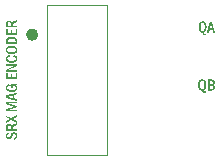
<source format=gbr>
%TF.GenerationSoftware,KiCad,Pcbnew,7.0.10*%
%TF.CreationDate,2023-12-31T17:53:47-05:00*%
%TF.ProjectId,SRX Mag Encoder to SPARK MAX,53525820-4d61-4672-9045-6e636f646572,rev?*%
%TF.SameCoordinates,Original*%
%TF.FileFunction,Legend,Top*%
%TF.FilePolarity,Positive*%
%FSLAX46Y46*%
G04 Gerber Fmt 4.6, Leading zero omitted, Abs format (unit mm)*
G04 Created by KiCad (PCBNEW 7.0.10) date 2023-12-31 17:53:47*
%MOMM*%
%LPD*%
G01*
G04 APERTURE LIST*
%ADD10C,0.100000*%
%ADD11C,0.550000*%
G04 APERTURE END LIST*
D10*
G36*
X175171738Y-101569596D02*
G01*
X175181767Y-101569956D01*
X175191642Y-101570557D01*
X175210934Y-101572481D01*
X175229612Y-101575366D01*
X175247679Y-101579213D01*
X175265133Y-101584021D01*
X175281974Y-101589791D01*
X175298203Y-101596523D01*
X175313819Y-101604217D01*
X175328823Y-101612872D01*
X175343214Y-101622489D01*
X175356993Y-101633068D01*
X175370159Y-101644609D01*
X175382713Y-101657111D01*
X175394654Y-101670575D01*
X175405982Y-101685000D01*
X175411417Y-101692574D01*
X175421828Y-101708412D01*
X175431567Y-101725154D01*
X175436185Y-101733863D01*
X175440635Y-101742797D01*
X175444917Y-101751958D01*
X175449030Y-101761343D01*
X175452977Y-101770955D01*
X175456755Y-101780792D01*
X175460365Y-101790855D01*
X175463807Y-101801144D01*
X175467082Y-101811658D01*
X175470188Y-101822397D01*
X175473127Y-101833363D01*
X175475897Y-101844554D01*
X175478500Y-101855971D01*
X175480935Y-101867613D01*
X175483202Y-101879481D01*
X175485301Y-101891574D01*
X175487232Y-101903894D01*
X175488995Y-101916439D01*
X175490590Y-101929209D01*
X175492017Y-101942205D01*
X175493277Y-101955427D01*
X175494368Y-101968874D01*
X175495292Y-101982548D01*
X175496047Y-101996446D01*
X175496635Y-102010571D01*
X175497055Y-102024921D01*
X175497307Y-102039496D01*
X175497391Y-102054297D01*
X175497181Y-102077552D01*
X175496554Y-102100236D01*
X175495508Y-102122351D01*
X175494044Y-102143896D01*
X175492161Y-102164872D01*
X175489860Y-102185278D01*
X175487141Y-102205115D01*
X175484003Y-102224382D01*
X175480447Y-102243080D01*
X175476472Y-102261207D01*
X175472080Y-102278766D01*
X175467269Y-102295754D01*
X175462039Y-102312174D01*
X175456391Y-102328023D01*
X175450325Y-102343303D01*
X175443840Y-102358013D01*
X175436937Y-102372154D01*
X175429616Y-102385725D01*
X175421876Y-102398727D01*
X175413718Y-102411159D01*
X175405142Y-102423022D01*
X175396147Y-102434315D01*
X175386734Y-102445038D01*
X175376903Y-102455192D01*
X175366653Y-102464776D01*
X175355984Y-102473790D01*
X175344898Y-102482235D01*
X175333393Y-102490111D01*
X175321470Y-102497416D01*
X175309128Y-102504153D01*
X175296368Y-102510319D01*
X175283190Y-102515916D01*
X175283461Y-102528380D01*
X175284273Y-102540005D01*
X175285628Y-102550790D01*
X175287525Y-102560735D01*
X175290658Y-102571986D01*
X175294638Y-102581925D01*
X175299464Y-102590552D01*
X175300531Y-102592120D01*
X175308516Y-102600504D01*
X175317296Y-102606165D01*
X175328008Y-102610622D01*
X175337969Y-102613320D01*
X175349166Y-102615247D01*
X175361599Y-102616403D01*
X175371736Y-102616765D01*
X175375269Y-102616789D01*
X175385815Y-102616407D01*
X175396540Y-102615262D01*
X175407444Y-102613354D01*
X175418527Y-102610683D01*
X175429788Y-102607248D01*
X175441229Y-102603050D01*
X175445855Y-102601157D01*
X175445855Y-102724500D01*
X175434971Y-102728564D01*
X175423935Y-102732087D01*
X175412745Y-102735067D01*
X175401403Y-102737506D01*
X175389908Y-102739402D01*
X175378261Y-102740757D01*
X175366461Y-102741570D01*
X175354508Y-102741841D01*
X175342726Y-102741643D01*
X175331315Y-102741047D01*
X175320275Y-102740055D01*
X175309606Y-102738666D01*
X175299308Y-102736880D01*
X175289382Y-102734697D01*
X175279826Y-102732117D01*
X175261828Y-102725767D01*
X175245315Y-102717829D01*
X175230287Y-102708303D01*
X175216743Y-102697190D01*
X175204683Y-102684490D01*
X175194108Y-102670202D01*
X175185018Y-102654326D01*
X175177412Y-102636862D01*
X175174166Y-102627535D01*
X175171291Y-102617812D01*
X175168787Y-102607691D01*
X175166654Y-102597173D01*
X175164892Y-102586258D01*
X175163502Y-102574947D01*
X175162482Y-102563239D01*
X175161834Y-102551133D01*
X175161557Y-102538631D01*
X175142243Y-102538176D01*
X175123443Y-102536811D01*
X175105157Y-102534535D01*
X175087383Y-102531350D01*
X175070123Y-102527254D01*
X175053376Y-102522248D01*
X175037143Y-102516331D01*
X175021422Y-102509505D01*
X175006215Y-102501768D01*
X174991522Y-102493122D01*
X174977341Y-102483565D01*
X174963674Y-102473098D01*
X174950520Y-102461720D01*
X174937880Y-102449433D01*
X174925753Y-102436235D01*
X174914139Y-102422127D01*
X174903166Y-102407009D01*
X174892901Y-102390841D01*
X174888034Y-102382364D01*
X174883344Y-102373624D01*
X174878831Y-102364622D01*
X174874495Y-102355357D01*
X174870336Y-102345830D01*
X174866354Y-102336041D01*
X174862549Y-102325989D01*
X174858921Y-102315675D01*
X174855470Y-102305099D01*
X174852195Y-102294260D01*
X174849098Y-102283159D01*
X174846178Y-102271796D01*
X174843435Y-102260170D01*
X174840869Y-102248282D01*
X174838479Y-102236131D01*
X174836267Y-102223718D01*
X174834232Y-102211043D01*
X174832374Y-102198105D01*
X174830692Y-102184905D01*
X174829188Y-102171442D01*
X174827861Y-102157718D01*
X174826710Y-102143730D01*
X174825737Y-102129481D01*
X174824940Y-102114969D01*
X174824321Y-102100195D01*
X174823879Y-102085158D01*
X174823613Y-102069859D01*
X174823525Y-102054297D01*
X174823526Y-102054053D01*
X174986923Y-102054053D01*
X174986961Y-102064649D01*
X174987075Y-102075096D01*
X174987264Y-102085395D01*
X174987530Y-102095544D01*
X174987871Y-102105545D01*
X174988288Y-102115396D01*
X174989350Y-102134653D01*
X174990715Y-102153315D01*
X174992384Y-102171381D01*
X174994356Y-102188852D01*
X174996632Y-102205728D01*
X174999211Y-102222008D01*
X175002093Y-102237693D01*
X175005278Y-102252783D01*
X175008767Y-102267277D01*
X175012560Y-102281176D01*
X175016656Y-102294480D01*
X175021055Y-102307188D01*
X175025758Y-102319301D01*
X175030833Y-102330717D01*
X175036352Y-102341397D01*
X175042313Y-102351341D01*
X175048716Y-102360547D01*
X175055563Y-102369018D01*
X175062852Y-102376751D01*
X175070584Y-102383749D01*
X175078758Y-102390009D01*
X175087376Y-102395533D01*
X175096435Y-102400321D01*
X175105938Y-102404372D01*
X175115883Y-102407686D01*
X175126271Y-102410264D01*
X175137102Y-102412106D01*
X175148375Y-102413210D01*
X175160091Y-102413579D01*
X175171982Y-102413207D01*
X175183413Y-102412090D01*
X175194383Y-102410230D01*
X175204894Y-102407625D01*
X175214946Y-102404276D01*
X175224537Y-102400184D01*
X175233668Y-102395346D01*
X175242340Y-102389765D01*
X175250552Y-102383440D01*
X175258304Y-102376370D01*
X175265596Y-102368556D01*
X175272428Y-102359998D01*
X175278800Y-102350696D01*
X175284712Y-102340649D01*
X175290165Y-102329859D01*
X175295157Y-102318324D01*
X175299771Y-102306100D01*
X175304088Y-102293304D01*
X175308106Y-102279936D01*
X175311827Y-102265995D01*
X175315250Y-102251482D01*
X175318376Y-102236396D01*
X175321204Y-102220738D01*
X175323734Y-102204507D01*
X175325966Y-102187704D01*
X175327901Y-102170328D01*
X175329538Y-102152380D01*
X175330878Y-102133860D01*
X175331920Y-102114767D01*
X175332664Y-102095101D01*
X175332924Y-102085054D01*
X175333111Y-102074863D01*
X175333222Y-102064530D01*
X175333259Y-102054053D01*
X175333184Y-102039061D01*
X175332958Y-102024370D01*
X175332581Y-102009981D01*
X175332053Y-101995893D01*
X175331375Y-101982107D01*
X175330546Y-101968622D01*
X175329566Y-101955438D01*
X175328436Y-101942556D01*
X175327154Y-101929976D01*
X175325722Y-101917697D01*
X175324139Y-101905720D01*
X175322406Y-101894044D01*
X175320522Y-101882669D01*
X175318486Y-101871596D01*
X175316301Y-101860825D01*
X175313964Y-101850355D01*
X175311482Y-101840186D01*
X175308858Y-101830380D01*
X175306093Y-101820937D01*
X175301681Y-101807451D01*
X175296951Y-101794782D01*
X175291904Y-101782928D01*
X175286538Y-101771890D01*
X175280855Y-101761667D01*
X175274855Y-101752261D01*
X175268536Y-101743670D01*
X175261900Y-101735894D01*
X175257300Y-101731164D01*
X175247606Y-101722578D01*
X175237211Y-101715136D01*
X175226113Y-101708839D01*
X175214313Y-101703687D01*
X175205002Y-101700574D01*
X175195297Y-101698106D01*
X175185196Y-101696281D01*
X175174700Y-101695100D01*
X175163809Y-101694564D01*
X175160091Y-101694528D01*
X175148375Y-101694897D01*
X175137102Y-101696005D01*
X175126271Y-101697851D01*
X175115883Y-101700435D01*
X175105938Y-101703758D01*
X175096435Y-101707820D01*
X175087376Y-101712620D01*
X175078758Y-101718158D01*
X175070584Y-101724435D01*
X175062852Y-101731450D01*
X175055563Y-101739204D01*
X175048716Y-101747696D01*
X175042313Y-101756927D01*
X175036352Y-101766896D01*
X175030833Y-101777604D01*
X175025758Y-101789050D01*
X175021055Y-101801133D01*
X175016656Y-101813814D01*
X175012560Y-101827092D01*
X175008767Y-101840967D01*
X175005278Y-101855439D01*
X175002093Y-101870509D01*
X174999211Y-101886175D01*
X174996632Y-101902439D01*
X174994356Y-101919301D01*
X174992384Y-101936759D01*
X174990715Y-101954815D01*
X174989350Y-101973468D01*
X174988288Y-101992719D01*
X174987871Y-102002568D01*
X174987530Y-102012566D01*
X174987264Y-102022714D01*
X174987075Y-102033011D01*
X174986961Y-102043458D01*
X174986923Y-102054053D01*
X174823526Y-102054053D01*
X174823609Y-102039496D01*
X174823862Y-102024921D01*
X174824284Y-102010571D01*
X174824876Y-101996446D01*
X174825635Y-101982548D01*
X174826564Y-101968874D01*
X174827662Y-101955427D01*
X174828928Y-101942205D01*
X174830364Y-101929209D01*
X174831968Y-101916439D01*
X174833741Y-101903894D01*
X174835683Y-101891574D01*
X174837794Y-101879481D01*
X174840074Y-101867613D01*
X174842523Y-101855971D01*
X174845140Y-101844554D01*
X174847926Y-101833363D01*
X174850882Y-101822397D01*
X174854006Y-101811658D01*
X174857299Y-101801144D01*
X174860761Y-101790855D01*
X174864391Y-101780792D01*
X174868191Y-101770955D01*
X174872159Y-101761343D01*
X174876297Y-101751958D01*
X174880603Y-101742797D01*
X174885078Y-101733863D01*
X174889722Y-101725154D01*
X174899517Y-101708412D01*
X174909987Y-101692574D01*
X174921130Y-101677667D01*
X174932884Y-101663723D01*
X174945249Y-101650740D01*
X174958224Y-101638718D01*
X174971810Y-101627659D01*
X174986007Y-101617561D01*
X175000814Y-101608425D01*
X175016232Y-101600250D01*
X175032261Y-101593037D01*
X175048900Y-101586786D01*
X175066149Y-101581497D01*
X175084010Y-101577169D01*
X175102480Y-101573803D01*
X175121562Y-101571399D01*
X175131332Y-101570557D01*
X175141254Y-101569956D01*
X175151329Y-101569596D01*
X175161557Y-101569475D01*
X175171738Y-101569596D01*
G37*
G36*
X175938476Y-101585175D02*
G01*
X175951247Y-101585378D01*
X175963618Y-101585717D01*
X175975588Y-101586191D01*
X175987157Y-101586800D01*
X175998325Y-101587546D01*
X176009093Y-101588426D01*
X176019460Y-101589442D01*
X176029426Y-101590594D01*
X176043624Y-101592575D01*
X176056920Y-101594861D01*
X176069315Y-101597452D01*
X176080808Y-101600348D01*
X176087970Y-101602448D01*
X176098259Y-101606075D01*
X176108243Y-101610454D01*
X176117922Y-101615584D01*
X176127297Y-101621465D01*
X176136366Y-101628097D01*
X176145131Y-101635481D01*
X176153591Y-101643616D01*
X176161746Y-101652503D01*
X176169597Y-101662141D01*
X176177142Y-101672530D01*
X176182003Y-101679873D01*
X176188900Y-101691323D01*
X176195118Y-101703232D01*
X176200658Y-101715600D01*
X176205519Y-101728428D01*
X176209702Y-101741715D01*
X176213207Y-101755462D01*
X176216034Y-101769668D01*
X176217541Y-101779393D01*
X176218747Y-101789323D01*
X176219651Y-101799457D01*
X176220254Y-101809796D01*
X176220556Y-101820338D01*
X176220594Y-101825686D01*
X176220049Y-101844958D01*
X176218415Y-101863387D01*
X176215691Y-101880976D01*
X176211877Y-101897723D01*
X176206974Y-101913628D01*
X176200982Y-101928692D01*
X176193900Y-101942914D01*
X176185728Y-101956295D01*
X176176467Y-101968834D01*
X176166116Y-101980532D01*
X176154676Y-101991389D01*
X176142146Y-102001404D01*
X176128526Y-102010577D01*
X176113818Y-102018909D01*
X176098019Y-102026399D01*
X176081131Y-102033048D01*
X176091499Y-102036456D01*
X176101539Y-102040115D01*
X176111249Y-102044026D01*
X176120630Y-102048188D01*
X176129681Y-102052601D01*
X176138404Y-102057266D01*
X176154862Y-102067349D01*
X176170003Y-102078438D01*
X176183827Y-102090533D01*
X176196335Y-102103634D01*
X176207527Y-102117740D01*
X176217401Y-102132851D01*
X176225959Y-102148968D01*
X176233201Y-102166091D01*
X176239126Y-102184219D01*
X176243734Y-102203353D01*
X176245544Y-102213297D01*
X176247025Y-102223493D01*
X176248177Y-102233940D01*
X176249000Y-102244638D01*
X176249494Y-102255588D01*
X176249659Y-102266789D01*
X176249399Y-102279540D01*
X176248620Y-102292087D01*
X176247323Y-102304430D01*
X176245506Y-102316568D01*
X176243171Y-102328503D01*
X176240316Y-102340233D01*
X176236943Y-102351760D01*
X176233050Y-102363081D01*
X176228638Y-102374199D01*
X176223708Y-102385113D01*
X176218258Y-102395822D01*
X176212289Y-102406328D01*
X176205802Y-102416629D01*
X176198795Y-102426726D01*
X176191269Y-102436619D01*
X176183224Y-102446307D01*
X176174477Y-102455594D01*
X176164780Y-102464282D01*
X176154136Y-102472371D01*
X176142543Y-102479860D01*
X176130001Y-102486750D01*
X176116512Y-102493042D01*
X176102074Y-102498734D01*
X176086687Y-102503826D01*
X176070353Y-102508320D01*
X176053070Y-102512215D01*
X176034838Y-102515510D01*
X176015659Y-102518206D01*
X176005713Y-102519330D01*
X175995531Y-102520303D01*
X175985111Y-102521127D01*
X175974454Y-102521801D01*
X175963560Y-102522325D01*
X175952429Y-102522700D01*
X175941061Y-102522925D01*
X175929456Y-102523000D01*
X175641494Y-102523000D01*
X175641494Y-102100948D01*
X175793413Y-102100948D01*
X175793413Y-102397947D01*
X175918465Y-102397947D01*
X175929029Y-102397802D01*
X175939257Y-102397368D01*
X175949150Y-102396644D01*
X175967930Y-102394328D01*
X175985369Y-102390853D01*
X176001466Y-102386220D01*
X176016222Y-102380429D01*
X176029636Y-102373479D01*
X176041709Y-102365372D01*
X176052440Y-102356106D01*
X176061830Y-102345681D01*
X176069879Y-102334099D01*
X176076586Y-102321358D01*
X176081952Y-102307459D01*
X176085976Y-102292402D01*
X176088659Y-102276187D01*
X176090000Y-102258813D01*
X176090168Y-102249692D01*
X176089848Y-102238991D01*
X176088889Y-102228506D01*
X176087289Y-102218235D01*
X176085050Y-102208178D01*
X176082172Y-102198336D01*
X176078653Y-102188709D01*
X176074495Y-102179297D01*
X176069697Y-102170099D01*
X176064260Y-102161116D01*
X176058183Y-102152348D01*
X176053776Y-102146621D01*
X176046287Y-102138459D01*
X176037467Y-102131099D01*
X176027316Y-102124543D01*
X176015834Y-102118789D01*
X176003021Y-102113838D01*
X175988878Y-102109690D01*
X175978709Y-102107371D01*
X175967949Y-102105408D01*
X175956598Y-102103802D01*
X175944655Y-102102554D01*
X175932120Y-102101662D01*
X175918994Y-102101126D01*
X175905276Y-102100948D01*
X175793413Y-102100948D01*
X175641494Y-102100948D01*
X175641494Y-101710159D01*
X175793413Y-101710159D01*
X175793413Y-101975896D01*
X175891599Y-101975896D01*
X175904297Y-101975749D01*
X175916443Y-101975308D01*
X175928035Y-101974573D01*
X175939073Y-101973545D01*
X175949558Y-101972222D01*
X175959490Y-101970606D01*
X175973351Y-101967631D01*
X175985966Y-101963994D01*
X175997336Y-101959697D01*
X176007461Y-101954738D01*
X176016341Y-101949118D01*
X176023976Y-101942837D01*
X176028375Y-101938282D01*
X176036103Y-101928474D01*
X176042800Y-101917979D01*
X176048467Y-101906798D01*
X176053104Y-101894929D01*
X176056710Y-101882373D01*
X176058739Y-101872506D01*
X176060188Y-101862252D01*
X176061057Y-101851612D01*
X176061347Y-101840585D01*
X176061015Y-101827835D01*
X176060016Y-101815781D01*
X176058353Y-101804422D01*
X176056024Y-101793759D01*
X176053029Y-101783791D01*
X176049369Y-101774519D01*
X176043454Y-101763238D01*
X176036355Y-101753194D01*
X176028074Y-101744386D01*
X176023490Y-101740445D01*
X176013438Y-101733347D01*
X176002088Y-101727195D01*
X175992724Y-101723202D01*
X175982630Y-101719742D01*
X175971807Y-101716814D01*
X175960254Y-101714418D01*
X175947970Y-101712555D01*
X175934957Y-101711224D01*
X175921214Y-101710425D01*
X175906742Y-101710159D01*
X175793413Y-101710159D01*
X175641494Y-101710159D01*
X175641494Y-101585107D01*
X175925304Y-101585107D01*
X175938476Y-101585175D01*
G37*
G36*
X158762471Y-106068421D02*
G01*
X158807412Y-106201045D01*
X158794235Y-106205570D01*
X158781723Y-106210353D01*
X158769877Y-106215393D01*
X158758697Y-106220691D01*
X158748182Y-106226246D01*
X158738332Y-106232060D01*
X158729148Y-106238130D01*
X158720629Y-106244459D01*
X158712776Y-106251045D01*
X158705588Y-106257888D01*
X158701166Y-106262594D01*
X158693095Y-106272554D01*
X158686099Y-106283385D01*
X158681559Y-106292079D01*
X158677624Y-106301262D01*
X158674295Y-106310935D01*
X158671571Y-106321098D01*
X158669452Y-106331749D01*
X158667938Y-106342891D01*
X158667030Y-106354521D01*
X158666728Y-106366641D01*
X158667048Y-106377848D01*
X158668007Y-106388569D01*
X158669606Y-106398805D01*
X158671845Y-106408556D01*
X158675826Y-106420802D01*
X158680943Y-106432186D01*
X158687198Y-106442708D01*
X158694591Y-106452367D01*
X158703120Y-106461163D01*
X158712382Y-106468948D01*
X158721972Y-106475696D01*
X158731891Y-106481405D01*
X158742138Y-106486076D01*
X158752713Y-106489709D01*
X158763616Y-106492304D01*
X158774847Y-106493861D01*
X158786407Y-106494380D01*
X158799081Y-106493796D01*
X158811091Y-106492045D01*
X158822436Y-106489125D01*
X158833118Y-106485038D01*
X158843136Y-106479783D01*
X158852490Y-106473360D01*
X158861179Y-106465770D01*
X158869205Y-106457011D01*
X158877082Y-106446448D01*
X158883230Y-106437002D01*
X158889584Y-106426252D01*
X158896144Y-106414196D01*
X158900632Y-106405434D01*
X158905212Y-106396092D01*
X158909883Y-106386169D01*
X158914646Y-106375667D01*
X158919500Y-106364584D01*
X158924446Y-106352922D01*
X158929483Y-106340679D01*
X158934613Y-106327856D01*
X158939833Y-106314453D01*
X158942478Y-106307534D01*
X158946984Y-106295769D01*
X158951465Y-106284347D01*
X158955922Y-106273268D01*
X158960353Y-106262533D01*
X158964760Y-106252141D01*
X158969142Y-106242093D01*
X158973500Y-106232388D01*
X158977832Y-106223026D01*
X158982140Y-106214009D01*
X158988555Y-106201126D01*
X158994914Y-106189016D01*
X159001217Y-106177678D01*
X159007465Y-106167114D01*
X159011599Y-106160500D01*
X159017933Y-106151009D01*
X159024662Y-106141862D01*
X159031786Y-106133057D01*
X159039305Y-106124597D01*
X159047219Y-106116479D01*
X159055528Y-106108706D01*
X159064232Y-106101275D01*
X159073331Y-106094188D01*
X159082825Y-106087445D01*
X159092714Y-106081045D01*
X159099526Y-106076969D01*
X159110028Y-106071251D01*
X159120835Y-106066096D01*
X159131947Y-106061503D01*
X159143364Y-106057472D01*
X159155085Y-106054003D01*
X159167112Y-106051098D01*
X159179443Y-106048754D01*
X159192079Y-106046973D01*
X159205020Y-106045755D01*
X159218265Y-106045098D01*
X159227265Y-106044973D01*
X159241845Y-106045300D01*
X159256154Y-106046279D01*
X159270193Y-106047910D01*
X159283960Y-106050194D01*
X159297456Y-106053131D01*
X159310682Y-106056720D01*
X159323636Y-106060962D01*
X159336320Y-106065856D01*
X159348732Y-106071403D01*
X159360874Y-106077603D01*
X159372744Y-106084455D01*
X159384344Y-106091960D01*
X159395672Y-106100117D01*
X159406730Y-106108927D01*
X159417517Y-106118389D01*
X159428033Y-106128504D01*
X159438059Y-106139207D01*
X159447439Y-106150433D01*
X159456171Y-106162181D01*
X159464257Y-106174453D01*
X159471696Y-106187247D01*
X159478488Y-106200564D01*
X159484633Y-106214404D01*
X159490131Y-106228766D01*
X159494983Y-106243652D01*
X159499188Y-106259060D01*
X159502745Y-106274991D01*
X159505656Y-106291445D01*
X159507920Y-106308422D01*
X159509537Y-106325921D01*
X159510508Y-106343944D01*
X159510831Y-106362489D01*
X159510579Y-106378523D01*
X159509822Y-106394170D01*
X159508560Y-106409431D01*
X159506793Y-106424305D01*
X159504522Y-106438794D01*
X159501746Y-106452895D01*
X159498466Y-106466611D01*
X159494680Y-106479939D01*
X159490390Y-106492882D01*
X159485596Y-106505438D01*
X159480296Y-106517608D01*
X159474492Y-106529391D01*
X159468183Y-106540788D01*
X159461370Y-106551798D01*
X159454052Y-106562422D01*
X159446229Y-106572660D01*
X159437901Y-106582511D01*
X159429069Y-106591976D01*
X159419732Y-106601055D01*
X159409890Y-106609747D01*
X159399544Y-106618053D01*
X159388692Y-106625972D01*
X159377337Y-106633505D01*
X159365476Y-106640651D01*
X159353111Y-106647411D01*
X159340241Y-106653785D01*
X159326866Y-106659772D01*
X159312987Y-106665373D01*
X159298603Y-106670588D01*
X159283714Y-106675416D01*
X159268320Y-106679857D01*
X159252422Y-106683913D01*
X159213832Y-106545183D01*
X159224411Y-106542794D01*
X159234653Y-106540178D01*
X159244561Y-106537333D01*
X159254132Y-106534261D01*
X159263367Y-106530960D01*
X159280831Y-106523675D01*
X159296951Y-106515477D01*
X159311727Y-106506368D01*
X159325161Y-106496346D01*
X159337251Y-106485412D01*
X159347997Y-106473567D01*
X159357401Y-106460809D01*
X159365461Y-106447139D01*
X159372177Y-106432557D01*
X159377551Y-106417063D01*
X159381581Y-106400656D01*
X159384267Y-106383338D01*
X159385611Y-106365108D01*
X159385779Y-106355650D01*
X159385435Y-106341909D01*
X159384405Y-106328803D01*
X159382688Y-106316332D01*
X159380283Y-106304497D01*
X159377192Y-106293297D01*
X159373414Y-106282732D01*
X159368949Y-106272803D01*
X159363797Y-106263510D01*
X159357958Y-106254851D01*
X159351432Y-106246829D01*
X159346700Y-106241833D01*
X159339166Y-106234893D01*
X159331310Y-106228635D01*
X159323132Y-106223061D01*
X159314632Y-106218168D01*
X159305809Y-106213959D01*
X159296665Y-106210432D01*
X159287199Y-106207587D01*
X159277411Y-106205426D01*
X159267301Y-106203947D01*
X159256869Y-106203150D01*
X159249735Y-106202999D01*
X159239271Y-106203418D01*
X159229005Y-106204678D01*
X159218938Y-106206777D01*
X159209069Y-106209715D01*
X159199399Y-106213493D01*
X159189926Y-106218111D01*
X159180653Y-106223568D01*
X159171578Y-106229865D01*
X159162476Y-106237769D01*
X159155564Y-106245334D01*
X159148580Y-106254304D01*
X159141522Y-106264677D01*
X159134392Y-106276455D01*
X159129598Y-106285086D01*
X159124771Y-106294342D01*
X159119912Y-106304221D01*
X159115020Y-106314724D01*
X159110096Y-106325852D01*
X159105140Y-106337603D01*
X159100151Y-106349978D01*
X159095130Y-106362978D01*
X159089869Y-106376807D01*
X159084711Y-106390146D01*
X159079657Y-106402994D01*
X159074705Y-106415352D01*
X159069856Y-106427220D01*
X159065111Y-106438597D01*
X159060468Y-106449484D01*
X159055929Y-106459881D01*
X159051492Y-106469787D01*
X159047159Y-106479203D01*
X159042929Y-106488128D01*
X159036776Y-106500597D01*
X159030856Y-106511962D01*
X159025167Y-106522224D01*
X159023322Y-106525399D01*
X159017536Y-106534613D01*
X159011261Y-106543568D01*
X159004496Y-106552267D01*
X158997242Y-106560707D01*
X158989498Y-106568891D01*
X158981265Y-106576816D01*
X158972542Y-106584484D01*
X158963330Y-106591894D01*
X158953629Y-106599047D01*
X158943438Y-106605942D01*
X158936372Y-106610396D01*
X158925427Y-106616637D01*
X158914207Y-106622265D01*
X158902712Y-106627279D01*
X158890943Y-106631679D01*
X158878898Y-106635465D01*
X158866579Y-106638637D01*
X158853986Y-106641195D01*
X158841117Y-106643139D01*
X158827974Y-106644470D01*
X158814556Y-106645186D01*
X158805458Y-106645322D01*
X158791645Y-106645018D01*
X158778110Y-106644105D01*
X158764854Y-106642583D01*
X158751877Y-106640453D01*
X158739178Y-106637714D01*
X158726758Y-106634366D01*
X158714617Y-106630409D01*
X158702754Y-106625844D01*
X158691169Y-106620670D01*
X158679863Y-106614887D01*
X158668836Y-106608496D01*
X158658088Y-106601496D01*
X158647618Y-106593887D01*
X158637426Y-106585670D01*
X158627513Y-106576844D01*
X158617879Y-106567409D01*
X158608651Y-106557469D01*
X158600019Y-106547129D01*
X158591982Y-106536388D01*
X158584540Y-106525246D01*
X158577694Y-106513704D01*
X158571443Y-106501761D01*
X158565787Y-106489417D01*
X158560726Y-106476673D01*
X158556261Y-106463527D01*
X158552392Y-106449981D01*
X158549117Y-106436035D01*
X158546438Y-106421687D01*
X158544354Y-106406939D01*
X158542866Y-106391791D01*
X158541973Y-106376241D01*
X158541675Y-106360291D01*
X158541891Y-106346164D01*
X158542538Y-106332360D01*
X158543616Y-106318880D01*
X158545125Y-106305722D01*
X158547066Y-106292887D01*
X158549438Y-106280375D01*
X158552241Y-106268186D01*
X158555475Y-106256320D01*
X158559141Y-106244777D01*
X158563237Y-106233557D01*
X158567766Y-106222659D01*
X158572725Y-106212085D01*
X158578115Y-106201834D01*
X158583937Y-106191906D01*
X158590190Y-106182300D01*
X158596874Y-106173018D01*
X158603990Y-106164058D01*
X158611537Y-106155422D01*
X158619514Y-106147108D01*
X158627924Y-106139118D01*
X158636764Y-106131450D01*
X158646036Y-106124105D01*
X158655739Y-106117084D01*
X158665873Y-106110385D01*
X158676438Y-106104009D01*
X158687435Y-106097956D01*
X158698863Y-106092226D01*
X158710722Y-106086819D01*
X158723012Y-106081735D01*
X158735734Y-106076974D01*
X158748887Y-106072536D01*
X158762471Y-106068421D01*
G37*
G36*
X159495200Y-105464652D02*
G01*
X159104411Y-105610954D01*
X159104411Y-105756523D01*
X159495200Y-105756523D01*
X159495200Y-105911861D01*
X158557307Y-105911861D01*
X158557307Y-105756523D01*
X158682359Y-105756523D01*
X158979359Y-105756523D01*
X158979359Y-105637821D01*
X158979192Y-105628003D01*
X158978315Y-105613900D01*
X158976687Y-105600543D01*
X158974308Y-105587934D01*
X158971177Y-105576071D01*
X158967296Y-105564956D01*
X158962662Y-105554587D01*
X158957278Y-105544966D01*
X158951142Y-105536092D01*
X158944255Y-105527964D01*
X158936616Y-105520584D01*
X158928374Y-105513906D01*
X158919677Y-105507884D01*
X158910526Y-105502520D01*
X158900918Y-105497812D01*
X158890856Y-105493761D01*
X158880339Y-105490368D01*
X158869367Y-105487631D01*
X158857939Y-105485550D01*
X158846057Y-105484127D01*
X158833719Y-105483361D01*
X158825241Y-105483215D01*
X158807939Y-105483813D01*
X158791753Y-105485608D01*
X158776684Y-105488599D01*
X158762730Y-105492786D01*
X158749893Y-105498170D01*
X158738173Y-105504750D01*
X158727568Y-105512527D01*
X158718080Y-105521500D01*
X158709708Y-105531669D01*
X158702452Y-105543035D01*
X158696313Y-105555598D01*
X158691289Y-105569356D01*
X158687383Y-105584311D01*
X158684592Y-105600463D01*
X158682917Y-105617811D01*
X158682359Y-105636355D01*
X158682359Y-105756523D01*
X158557307Y-105756523D01*
X158557307Y-105629516D01*
X158557579Y-105610658D01*
X158558395Y-105592430D01*
X158559754Y-105574831D01*
X158561658Y-105557862D01*
X158564105Y-105541522D01*
X158567096Y-105525812D01*
X158570631Y-105510732D01*
X158574709Y-105496282D01*
X158579332Y-105482461D01*
X158584498Y-105469270D01*
X158590208Y-105456709D01*
X158596462Y-105444777D01*
X158603260Y-105433475D01*
X158610602Y-105422803D01*
X158618487Y-105412760D01*
X158626916Y-105403347D01*
X158635824Y-105394534D01*
X158645208Y-105386289D01*
X158655066Y-105378612D01*
X158665400Y-105371504D01*
X158676208Y-105364965D01*
X158687492Y-105358994D01*
X158699251Y-105353593D01*
X158711485Y-105348759D01*
X158724194Y-105344494D01*
X158737379Y-105340798D01*
X158751038Y-105337671D01*
X158765173Y-105335112D01*
X158779783Y-105333122D01*
X158794867Y-105331700D01*
X158810427Y-105330847D01*
X158826463Y-105330563D01*
X158837202Y-105330703D01*
X158847744Y-105331124D01*
X158858089Y-105331825D01*
X158868236Y-105332807D01*
X158878185Y-105334069D01*
X158887937Y-105335612D01*
X158906849Y-105339539D01*
X158924971Y-105344588D01*
X158942302Y-105350759D01*
X158958844Y-105358052D01*
X158974596Y-105366467D01*
X158989558Y-105376004D01*
X159003729Y-105386663D01*
X159017111Y-105398444D01*
X159029703Y-105411346D01*
X159041505Y-105425371D01*
X159052517Y-105440518D01*
X159062739Y-105456787D01*
X159067554Y-105465342D01*
X159072171Y-105474178D01*
X159495200Y-105296369D01*
X159495200Y-105464652D01*
G37*
G36*
X158557307Y-105252161D02*
G01*
X158557307Y-105079726D01*
X158856260Y-104945148D01*
X158557307Y-104795183D01*
X158557307Y-104650347D01*
X158983266Y-104867479D01*
X159495200Y-104620793D01*
X159495200Y-104795427D01*
X159135918Y-104954673D01*
X159495200Y-105135413D01*
X159495200Y-105282447D01*
X159009400Y-105031610D01*
X158557307Y-105252161D01*
G37*
G36*
X158557307Y-104296439D02*
G01*
X158557307Y-104066118D01*
X159233371Y-103879272D01*
X158557307Y-103687786D01*
X158557307Y-103467234D01*
X159495200Y-103467234D01*
X159495200Y-103612803D01*
X158694816Y-103612803D01*
X159495200Y-103835308D01*
X159495200Y-103948149D01*
X158694083Y-104166502D01*
X159495200Y-104166502D01*
X159495200Y-104296439D01*
X158557307Y-104296439D01*
G37*
G36*
X159495200Y-102847835D02*
G01*
X159260726Y-102906941D01*
X159260726Y-103180982D01*
X159495200Y-103238623D01*
X159495200Y-103387123D01*
X158557307Y-103115769D01*
X158557307Y-103044206D01*
X158708493Y-103044206D01*
X159135674Y-103149963D01*
X159135674Y-102937716D01*
X158708493Y-103044206D01*
X158557307Y-103044206D01*
X158557307Y-102941868D01*
X159495200Y-102690542D01*
X159495200Y-102847835D01*
G37*
G36*
X159010622Y-102289984D02*
G01*
X159010622Y-101976620D01*
X159495200Y-101976620D01*
X159495200Y-102059174D01*
X159385779Y-102079691D01*
X159400922Y-102088931D01*
X159415088Y-102098822D01*
X159428277Y-102109363D01*
X159440489Y-102120556D01*
X159451724Y-102132399D01*
X159461982Y-102144892D01*
X159471264Y-102158036D01*
X159479568Y-102171831D01*
X159486895Y-102186277D01*
X159493246Y-102201373D01*
X159498619Y-102217120D01*
X159503015Y-102233518D01*
X159506435Y-102250566D01*
X159508877Y-102268265D01*
X159510343Y-102286615D01*
X159510831Y-102305615D01*
X159510335Y-102325009D01*
X159508847Y-102343866D01*
X159506366Y-102362187D01*
X159502893Y-102379972D01*
X159498428Y-102397221D01*
X159492971Y-102413933D01*
X159486521Y-102430110D01*
X159479079Y-102445750D01*
X159470645Y-102460854D01*
X159461219Y-102475421D01*
X159450801Y-102489453D01*
X159439390Y-102502948D01*
X159426987Y-102515908D01*
X159413592Y-102528331D01*
X159399204Y-102540217D01*
X159383825Y-102551568D01*
X159367594Y-102562304D01*
X159359213Y-102567413D01*
X159350654Y-102572348D01*
X159341917Y-102577110D01*
X159333003Y-102581699D01*
X159323912Y-102586114D01*
X159314643Y-102590357D01*
X159305197Y-102594426D01*
X159295573Y-102598322D01*
X159285772Y-102602045D01*
X159275793Y-102605595D01*
X159265637Y-102608972D01*
X159255303Y-102612176D01*
X159244792Y-102615206D01*
X159234104Y-102618063D01*
X159223238Y-102620747D01*
X159212195Y-102623258D01*
X159200974Y-102625596D01*
X159189575Y-102627760D01*
X159178000Y-102629752D01*
X159166246Y-102631570D01*
X159154316Y-102633215D01*
X159142208Y-102634687D01*
X159129922Y-102635986D01*
X159117459Y-102637111D01*
X159104818Y-102638064D01*
X159092000Y-102638843D01*
X159079005Y-102639449D01*
X159065832Y-102639882D01*
X159052482Y-102640142D01*
X159038954Y-102640228D01*
X159024698Y-102640143D01*
X159010629Y-102639887D01*
X158996748Y-102639460D01*
X158983053Y-102638862D01*
X158969545Y-102638093D01*
X158956224Y-102637154D01*
X158943090Y-102636044D01*
X158930144Y-102634763D01*
X158917384Y-102633312D01*
X158904811Y-102631689D01*
X158892425Y-102629896D01*
X158880227Y-102627932D01*
X158868215Y-102625797D01*
X158856390Y-102623492D01*
X158844752Y-102621015D01*
X158833301Y-102618368D01*
X158822038Y-102615551D01*
X158810961Y-102612562D01*
X158800071Y-102609402D01*
X158789368Y-102606072D01*
X158778852Y-102602571D01*
X158768524Y-102598900D01*
X158758382Y-102595057D01*
X158748427Y-102591044D01*
X158738659Y-102586860D01*
X158729078Y-102582505D01*
X158719685Y-102577979D01*
X158710478Y-102573283D01*
X158701458Y-102568415D01*
X158692625Y-102563378D01*
X158683979Y-102558169D01*
X158675521Y-102552789D01*
X158667286Y-102547217D01*
X158659313Y-102541462D01*
X158644151Y-102529403D01*
X158630034Y-102516611D01*
X158616963Y-102503086D01*
X158604938Y-102488828D01*
X158593959Y-102473838D01*
X158584025Y-102458115D01*
X158575137Y-102441659D01*
X158567294Y-102424470D01*
X158560497Y-102406549D01*
X158554746Y-102387895D01*
X158552263Y-102378293D01*
X158550041Y-102368508D01*
X158548080Y-102358540D01*
X158546381Y-102348388D01*
X158544943Y-102338054D01*
X158543767Y-102327536D01*
X158542852Y-102316835D01*
X158542198Y-102305951D01*
X158541806Y-102294884D01*
X158541675Y-102283634D01*
X158541947Y-102268033D01*
X158542763Y-102252829D01*
X158544123Y-102238023D01*
X158546026Y-102223615D01*
X158548473Y-102209603D01*
X158551464Y-102195990D01*
X158554999Y-102182773D01*
X158559078Y-102169954D01*
X158563700Y-102157532D01*
X158568867Y-102145508D01*
X158574577Y-102133881D01*
X158580831Y-102122651D01*
X158587628Y-102111819D01*
X158594970Y-102101384D01*
X158602855Y-102091346D01*
X158611285Y-102081706D01*
X158620258Y-102072463D01*
X158629775Y-102063618D01*
X158639835Y-102055169D01*
X158650440Y-102047119D01*
X158661588Y-102039465D01*
X158673280Y-102032209D01*
X158685516Y-102025351D01*
X158698296Y-102018890D01*
X158711620Y-102012826D01*
X158725487Y-102007159D01*
X158739899Y-102001890D01*
X158754854Y-101997018D01*
X158770353Y-101992544D01*
X158786395Y-101988467D01*
X158802982Y-101984787D01*
X158820112Y-101981505D01*
X158854306Y-102121456D01*
X158839885Y-102124608D01*
X158826115Y-102127894D01*
X158812996Y-102131317D01*
X158800527Y-102134874D01*
X158788709Y-102138568D01*
X158777542Y-102142396D01*
X158767025Y-102146361D01*
X158757159Y-102150460D01*
X158747943Y-102154695D01*
X158735340Y-102161302D01*
X158724201Y-102168214D01*
X158714526Y-102175430D01*
X158706315Y-102182951D01*
X158701654Y-102188135D01*
X158695413Y-102196142D01*
X158689785Y-102204412D01*
X158684771Y-102212944D01*
X158680371Y-102221737D01*
X158676585Y-102230792D01*
X158673413Y-102240110D01*
X158670855Y-102249689D01*
X158668911Y-102259530D01*
X158667580Y-102269633D01*
X158666864Y-102279998D01*
X158666728Y-102287053D01*
X158667078Y-102298684D01*
X158668128Y-102309945D01*
X158669879Y-102320837D01*
X158672330Y-102331360D01*
X158675481Y-102341514D01*
X158679333Y-102351298D01*
X158683885Y-102360714D01*
X158689137Y-102369760D01*
X158695090Y-102378437D01*
X158701742Y-102386744D01*
X158709095Y-102394683D01*
X158717149Y-102402252D01*
X158725902Y-102409452D01*
X158735356Y-102416282D01*
X158745510Y-102422744D01*
X158756365Y-102428836D01*
X158767920Y-102434559D01*
X158780175Y-102439913D01*
X158793130Y-102444897D01*
X158806786Y-102449513D01*
X158821142Y-102453759D01*
X158836198Y-102457636D01*
X158851954Y-102461143D01*
X158868411Y-102464282D01*
X158885568Y-102467051D01*
X158903426Y-102469451D01*
X158921983Y-102471482D01*
X158941241Y-102473143D01*
X158961200Y-102474435D01*
X158981858Y-102475358D01*
X159003217Y-102475912D01*
X159025276Y-102476097D01*
X159047456Y-102475908D01*
X159068931Y-102475339D01*
X159089702Y-102474392D01*
X159109769Y-102473067D01*
X159129132Y-102471362D01*
X159147791Y-102469279D01*
X159165745Y-102466817D01*
X159182996Y-102463976D01*
X159199543Y-102460757D01*
X159215385Y-102457159D01*
X159230523Y-102453182D01*
X159244957Y-102448826D01*
X159258688Y-102444091D01*
X159271713Y-102438978D01*
X159284035Y-102433486D01*
X159295653Y-102427615D01*
X159306567Y-102421365D01*
X159316776Y-102414737D01*
X159326282Y-102407729D01*
X159335083Y-102400343D01*
X159343180Y-102392579D01*
X159350573Y-102384435D01*
X159357262Y-102375913D01*
X159363247Y-102367012D01*
X159368528Y-102357732D01*
X159373105Y-102348074D01*
X159376977Y-102338036D01*
X159380146Y-102327620D01*
X159382610Y-102316825D01*
X159384370Y-102305652D01*
X159385427Y-102294099D01*
X159385779Y-102282168D01*
X159385534Y-102272281D01*
X159383581Y-102253447D01*
X159379673Y-102235869D01*
X159373811Y-102219547D01*
X159365995Y-102204480D01*
X159356225Y-102190669D01*
X159344502Y-102178114D01*
X159330824Y-102166813D01*
X159315193Y-102156769D01*
X159297607Y-102147980D01*
X159288082Y-102144056D01*
X159278068Y-102140447D01*
X159267565Y-102137151D01*
X159256574Y-102134169D01*
X159245095Y-102131501D01*
X159233127Y-102129147D01*
X159220671Y-102127106D01*
X159207726Y-102125380D01*
X159194292Y-102123967D01*
X159180370Y-102122869D01*
X159165960Y-102122084D01*
X159151061Y-102121613D01*
X159135674Y-102121456D01*
X159135674Y-102289984D01*
X159010622Y-102289984D01*
G37*
G36*
X158557307Y-101569223D02*
G01*
X158557307Y-101031889D01*
X158682359Y-101031889D01*
X158682359Y-101413885D01*
X158948096Y-101413885D01*
X158948096Y-101114443D01*
X159073148Y-101114443D01*
X159073148Y-101413885D01*
X159370147Y-101413885D01*
X159370147Y-101025783D01*
X159495200Y-101025783D01*
X159495200Y-101569223D01*
X158557307Y-101569223D01*
G37*
G36*
X158557307Y-100930040D02*
G01*
X158557307Y-100747346D01*
X159233371Y-100438867D01*
X158557307Y-100438867D01*
X158557307Y-100309174D01*
X159495200Y-100309174D01*
X159495200Y-100454010D01*
X158744153Y-100800347D01*
X159495200Y-100800347D01*
X159495200Y-100930040D01*
X158557307Y-100930040D01*
G37*
G36*
X159182569Y-99667548D02*
G01*
X159202352Y-99524666D01*
X159221331Y-99527628D01*
X159239707Y-99531018D01*
X159257481Y-99534835D01*
X159274652Y-99539081D01*
X159291221Y-99543754D01*
X159307187Y-99548855D01*
X159322551Y-99554384D01*
X159337312Y-99560341D01*
X159351470Y-99566726D01*
X159365027Y-99573539D01*
X159377980Y-99580780D01*
X159390332Y-99588448D01*
X159402080Y-99596545D01*
X159413226Y-99605069D01*
X159423770Y-99614021D01*
X159433711Y-99623402D01*
X159443050Y-99633210D01*
X159451786Y-99643446D01*
X159459920Y-99654110D01*
X159467451Y-99665201D01*
X159474380Y-99676721D01*
X159480706Y-99688669D01*
X159486430Y-99701044D01*
X159491551Y-99713848D01*
X159496070Y-99727079D01*
X159499986Y-99740738D01*
X159503300Y-99754825D01*
X159506011Y-99769340D01*
X159508120Y-99784283D01*
X159509626Y-99799654D01*
X159510530Y-99815453D01*
X159510831Y-99831680D01*
X159510703Y-99842295D01*
X159510321Y-99852740D01*
X159509683Y-99863014D01*
X159508789Y-99873117D01*
X159507641Y-99883049D01*
X159506237Y-99892811D01*
X159502664Y-99911822D01*
X159498070Y-99930150D01*
X159492456Y-99947794D01*
X159485820Y-99964756D01*
X159478164Y-99981034D01*
X159469486Y-99996629D01*
X159459788Y-100011542D01*
X159449069Y-100025771D01*
X159437329Y-100039317D01*
X159424568Y-100052179D01*
X159410787Y-100064359D01*
X159395984Y-100075856D01*
X159380161Y-100086669D01*
X159363451Y-100096814D01*
X159354838Y-100101641D01*
X159346051Y-100106304D01*
X159337092Y-100110804D01*
X159327960Y-100115140D01*
X159318655Y-100119312D01*
X159309178Y-100123321D01*
X159299528Y-100127166D01*
X159289705Y-100130848D01*
X159279710Y-100134365D01*
X159269542Y-100137720D01*
X159259201Y-100140910D01*
X159248688Y-100143937D01*
X159238002Y-100146801D01*
X159227143Y-100149501D01*
X159216111Y-100152037D01*
X159204907Y-100154409D01*
X159193530Y-100156618D01*
X159181981Y-100158664D01*
X159170259Y-100160545D01*
X159158364Y-100162263D01*
X159146296Y-100163818D01*
X159134056Y-100165209D01*
X159121643Y-100166436D01*
X159109057Y-100167499D01*
X159096299Y-100168399D01*
X159083368Y-100169135D01*
X159070264Y-100169708D01*
X159056988Y-100170117D01*
X159043539Y-100170363D01*
X159029917Y-100170444D01*
X159015263Y-100170358D01*
X159000824Y-100170098D01*
X158986601Y-100169665D01*
X158972592Y-100169059D01*
X158958799Y-100168280D01*
X158945221Y-100167328D01*
X158931858Y-100166202D01*
X158918710Y-100164903D01*
X158905777Y-100163431D01*
X158893060Y-100161786D01*
X158880557Y-100159968D01*
X158868270Y-100157977D01*
X158856198Y-100155812D01*
X158844341Y-100153474D01*
X158832699Y-100150963D01*
X158821272Y-100148279D01*
X158810061Y-100145422D01*
X158799064Y-100142392D01*
X158788283Y-100139188D01*
X158777717Y-100135812D01*
X158767366Y-100132262D01*
X158757230Y-100128539D01*
X158747310Y-100124642D01*
X158737604Y-100120573D01*
X158728114Y-100116331D01*
X158718838Y-100111915D01*
X158709778Y-100107326D01*
X158700933Y-100102564D01*
X158692303Y-100097629D01*
X158683889Y-100092521D01*
X158667705Y-100081784D01*
X158652443Y-100070396D01*
X158638167Y-100058398D01*
X158624874Y-100045789D01*
X158612567Y-100032569D01*
X158601244Y-100018739D01*
X158590906Y-100004298D01*
X158581552Y-99989247D01*
X158573183Y-99973585D01*
X158565798Y-99957312D01*
X158559398Y-99940429D01*
X158553983Y-99922935D01*
X158549552Y-99904830D01*
X158546106Y-99886115D01*
X158543645Y-99866790D01*
X158542783Y-99856898D01*
X158542168Y-99846853D01*
X158541799Y-99836656D01*
X158541675Y-99826306D01*
X158541990Y-99810379D01*
X158542935Y-99794870D01*
X158544509Y-99779777D01*
X158546713Y-99765101D01*
X158549547Y-99750841D01*
X158553010Y-99736999D01*
X158557103Y-99723574D01*
X158561825Y-99710566D01*
X158567178Y-99697974D01*
X158573160Y-99685800D01*
X158579772Y-99674042D01*
X158587013Y-99662702D01*
X158594884Y-99651778D01*
X158603385Y-99641271D01*
X158612515Y-99631182D01*
X158622276Y-99621509D01*
X158632665Y-99612253D01*
X158643685Y-99603414D01*
X158655334Y-99594992D01*
X158667613Y-99586986D01*
X158680522Y-99579398D01*
X158694060Y-99572227D01*
X158708228Y-99565473D01*
X158723026Y-99559135D01*
X158738453Y-99553215D01*
X158754510Y-99547711D01*
X158771197Y-99542624D01*
X158788513Y-99537955D01*
X158806459Y-99533702D01*
X158825035Y-99529866D01*
X158844241Y-99526447D01*
X158864076Y-99523445D01*
X158885569Y-99667548D01*
X158872105Y-99669122D01*
X158859069Y-99670913D01*
X158846460Y-99672922D01*
X158834278Y-99675147D01*
X158822524Y-99677589D01*
X158811197Y-99680248D01*
X158800298Y-99683124D01*
X158789826Y-99686218D01*
X158779782Y-99689528D01*
X158770165Y-99693056D01*
X158760975Y-99696800D01*
X158743878Y-99704940D01*
X158728491Y-99713949D01*
X158714813Y-99723825D01*
X158702845Y-99734570D01*
X158692587Y-99746183D01*
X158684038Y-99758664D01*
X158677200Y-99772014D01*
X158672071Y-99786231D01*
X158668651Y-99801317D01*
X158666941Y-99817271D01*
X158666728Y-99825574D01*
X158667091Y-99836648D01*
X158668182Y-99847371D01*
X158669999Y-99857743D01*
X158672544Y-99867763D01*
X158675815Y-99877431D01*
X158679814Y-99886748D01*
X158684539Y-99895713D01*
X158689992Y-99904327D01*
X158696171Y-99912589D01*
X158703078Y-99920499D01*
X158710712Y-99928058D01*
X158719072Y-99935265D01*
X158728160Y-99942121D01*
X158737974Y-99948625D01*
X158748516Y-99954778D01*
X158759784Y-99960579D01*
X158771780Y-99966028D01*
X158784502Y-99971126D01*
X158797952Y-99975872D01*
X158812129Y-99980267D01*
X158827032Y-99984310D01*
X158842663Y-99988002D01*
X158859020Y-99991342D01*
X158876105Y-99994330D01*
X158893917Y-99996967D01*
X158912455Y-99999252D01*
X158931721Y-100001186D01*
X158951713Y-100002768D01*
X158972433Y-100003998D01*
X158993880Y-100004877D01*
X159016053Y-100005405D01*
X159038954Y-100005581D01*
X159060292Y-100005405D01*
X159080952Y-100004877D01*
X159100935Y-100003998D01*
X159120241Y-100002768D01*
X159138869Y-100001186D01*
X159156820Y-99999252D01*
X159174094Y-99996967D01*
X159190690Y-99994330D01*
X159206608Y-99991342D01*
X159221850Y-99988002D01*
X159236414Y-99984310D01*
X159250300Y-99980267D01*
X159263509Y-99975872D01*
X159276041Y-99971126D01*
X159287896Y-99966028D01*
X159299072Y-99960579D01*
X159309572Y-99954778D01*
X159319394Y-99948625D01*
X159328539Y-99942121D01*
X159337006Y-99935265D01*
X159344796Y-99928058D01*
X159351909Y-99920499D01*
X159358344Y-99912589D01*
X159364102Y-99904327D01*
X159369183Y-99895713D01*
X159373586Y-99886748D01*
X159377311Y-99877431D01*
X159380360Y-99867763D01*
X159382730Y-99857743D01*
X159384424Y-99847371D01*
X159385440Y-99836648D01*
X159385779Y-99825574D01*
X159385319Y-99812386D01*
X159383941Y-99799842D01*
X159381644Y-99787943D01*
X159378429Y-99776687D01*
X159374294Y-99766075D01*
X159369241Y-99756107D01*
X159363269Y-99746784D01*
X159356378Y-99738104D01*
X159348568Y-99730068D01*
X159339840Y-99722677D01*
X159333511Y-99718107D01*
X159323261Y-99711645D01*
X159312204Y-99705539D01*
X159300340Y-99699789D01*
X159287669Y-99694396D01*
X159274191Y-99689359D01*
X159264757Y-99686199D01*
X159254965Y-99683198D01*
X159244813Y-99680355D01*
X159234303Y-99677670D01*
X159223434Y-99675144D01*
X159212207Y-99672776D01*
X159200621Y-99670566D01*
X159188676Y-99668515D01*
X159182569Y-99667548D01*
G37*
G36*
X159040870Y-98757339D02*
G01*
X159055502Y-98757591D01*
X159069906Y-98758011D01*
X159084082Y-98758599D01*
X159098028Y-98759354D01*
X159111747Y-98760278D01*
X159125237Y-98761369D01*
X159138498Y-98762629D01*
X159151531Y-98764056D01*
X159164335Y-98765651D01*
X159176911Y-98767414D01*
X159189259Y-98769345D01*
X159201378Y-98771444D01*
X159213268Y-98773711D01*
X159224930Y-98776146D01*
X159236363Y-98778749D01*
X159247568Y-98781519D01*
X159258544Y-98784458D01*
X159269292Y-98787564D01*
X159279812Y-98790839D01*
X159290103Y-98794281D01*
X159300165Y-98797891D01*
X159309999Y-98801669D01*
X159319604Y-98805615D01*
X159328981Y-98809729D01*
X159338129Y-98814011D01*
X159347049Y-98818461D01*
X159355741Y-98823079D01*
X159372438Y-98832818D01*
X159388221Y-98843229D01*
X159403068Y-98854248D01*
X159416958Y-98865875D01*
X159429889Y-98878108D01*
X159441863Y-98890948D01*
X159452879Y-98904394D01*
X159462937Y-98918448D01*
X159472037Y-98933108D01*
X159480179Y-98948375D01*
X159487363Y-98964249D01*
X159493589Y-98980730D01*
X159498857Y-98997817D01*
X159503168Y-99015512D01*
X159506521Y-99033813D01*
X159508915Y-99052721D01*
X159510352Y-99072235D01*
X159510711Y-99082220D01*
X159510831Y-99092357D01*
X159510712Y-99102555D01*
X159510354Y-99112602D01*
X159509758Y-99122499D01*
X159508923Y-99132244D01*
X159506538Y-99151284D01*
X159503198Y-99169720D01*
X159498905Y-99187554D01*
X159493658Y-99204785D01*
X159487456Y-99221412D01*
X159480301Y-99237437D01*
X159472191Y-99252858D01*
X159463127Y-99267677D01*
X159453110Y-99281893D01*
X159442138Y-99295506D01*
X159430212Y-99308515D01*
X159417332Y-99320922D01*
X159403498Y-99332726D01*
X159388710Y-99343927D01*
X159372953Y-99354485D01*
X159356275Y-99364363D01*
X159347590Y-99369046D01*
X159338675Y-99373559D01*
X159329530Y-99377902D01*
X159320154Y-99382074D01*
X159310547Y-99386076D01*
X159300711Y-99389908D01*
X159290643Y-99393570D01*
X159280346Y-99397061D01*
X159269818Y-99400382D01*
X159259060Y-99403532D01*
X159248071Y-99406513D01*
X159236852Y-99409323D01*
X159225402Y-99411962D01*
X159213722Y-99414432D01*
X159201812Y-99416731D01*
X159189671Y-99418860D01*
X159177300Y-99420818D01*
X159164698Y-99422606D01*
X159151866Y-99424224D01*
X159138803Y-99425672D01*
X159125511Y-99426949D01*
X159111987Y-99428056D01*
X159098234Y-99428993D01*
X159084249Y-99429759D01*
X159070035Y-99430355D01*
X159055590Y-99430781D01*
X159040915Y-99431036D01*
X159026009Y-99431121D01*
X159011223Y-99431037D01*
X158996663Y-99430784D01*
X158982328Y-99430361D01*
X158968219Y-99429770D01*
X158954335Y-99429010D01*
X158940678Y-99428082D01*
X158927245Y-99426984D01*
X158914039Y-99425717D01*
X158901058Y-99424282D01*
X158888303Y-99422678D01*
X158875773Y-99420905D01*
X158863469Y-99418963D01*
X158851391Y-99416852D01*
X158839538Y-99414572D01*
X158827911Y-99412123D01*
X158816510Y-99409506D01*
X158805334Y-99406720D01*
X158794384Y-99403764D01*
X158783659Y-99400640D01*
X158773160Y-99397347D01*
X158762887Y-99393885D01*
X158752840Y-99390255D01*
X158743018Y-99386455D01*
X158733421Y-99382487D01*
X158724051Y-99378349D01*
X158714906Y-99374043D01*
X158705986Y-99369568D01*
X158697292Y-99364924D01*
X158680582Y-99355129D01*
X158664774Y-99344659D01*
X158649867Y-99333516D01*
X158635923Y-99321762D01*
X158622940Y-99309397D01*
X158610918Y-99296421D01*
X158599859Y-99282835D01*
X158589761Y-99268639D01*
X158580625Y-99253832D01*
X158572450Y-99238414D01*
X158565237Y-99222385D01*
X158558986Y-99205746D01*
X158553697Y-99188497D01*
X158549369Y-99170636D01*
X158546003Y-99152166D01*
X158543599Y-99133084D01*
X158542757Y-99123314D01*
X158542156Y-99113392D01*
X158541796Y-99103317D01*
X158541692Y-99094555D01*
X158666728Y-99094555D01*
X158667105Y-99106447D01*
X158668235Y-99117884D01*
X158670119Y-99128864D01*
X158672758Y-99139389D01*
X158676149Y-99149457D01*
X158680295Y-99159069D01*
X158685194Y-99168225D01*
X158690847Y-99176926D01*
X158697253Y-99185170D01*
X158704414Y-99192958D01*
X158712328Y-99200290D01*
X158720995Y-99207166D01*
X158730417Y-99213586D01*
X158740592Y-99219550D01*
X158751521Y-99225058D01*
X158763204Y-99230110D01*
X158775537Y-99234753D01*
X158788418Y-99239097D01*
X158801847Y-99243141D01*
X158815823Y-99246886D01*
X158830347Y-99250331D01*
X158845418Y-99253477D01*
X158861037Y-99256323D01*
X158877204Y-99258869D01*
X158893918Y-99261116D01*
X158911181Y-99263063D01*
X158928990Y-99264711D01*
X158947348Y-99266059D01*
X158966252Y-99267108D01*
X158985705Y-99267856D01*
X158995637Y-99268119D01*
X159005705Y-99268306D01*
X159015911Y-99268418D01*
X159026253Y-99268456D01*
X159036432Y-99268419D01*
X159046482Y-99268309D01*
X159056402Y-99268125D01*
X159066195Y-99267868D01*
X159085392Y-99267133D01*
X159104075Y-99266105D01*
X159122243Y-99264782D01*
X159139895Y-99263166D01*
X159157032Y-99261256D01*
X159173654Y-99259052D01*
X159189760Y-99256555D01*
X159205352Y-99253763D01*
X159220428Y-99250677D01*
X159234989Y-99247298D01*
X159249035Y-99243625D01*
X159262566Y-99239658D01*
X159275581Y-99235397D01*
X159288082Y-99230842D01*
X159299912Y-99225866D01*
X159310979Y-99220401D01*
X159321283Y-99214447D01*
X159330824Y-99208006D01*
X159339602Y-99201075D01*
X159347616Y-99193656D01*
X159354867Y-99185749D01*
X159361354Y-99177353D01*
X159367079Y-99168469D01*
X159372040Y-99159096D01*
X159376238Y-99149235D01*
X159379673Y-99138885D01*
X159382344Y-99128047D01*
X159384252Y-99116720D01*
X159385397Y-99104905D01*
X159385779Y-99092601D01*
X159385409Y-99081061D01*
X159384302Y-99069951D01*
X159382456Y-99059270D01*
X159379871Y-99049019D01*
X159376548Y-99039197D01*
X159372487Y-99029804D01*
X159367687Y-99020840D01*
X159362148Y-99012306D01*
X159355871Y-99004201D01*
X159348856Y-98996526D01*
X159341102Y-98989279D01*
X159332610Y-98982463D01*
X159323379Y-98976075D01*
X159313410Y-98970117D01*
X159302703Y-98964588D01*
X159291257Y-98959488D01*
X159279116Y-98954727D01*
X159266386Y-98950272D01*
X159253066Y-98946125D01*
X159239157Y-98942285D01*
X159224658Y-98938752D01*
X159209569Y-98935526D01*
X159193891Y-98932607D01*
X159177623Y-98929996D01*
X159160765Y-98927692D01*
X159143318Y-98925695D01*
X159125281Y-98924005D01*
X159106655Y-98922623D01*
X159087439Y-98921548D01*
X159077610Y-98921125D01*
X159067633Y-98920780D01*
X159057509Y-98920511D01*
X159047238Y-98920319D01*
X159036819Y-98920204D01*
X159026253Y-98920165D01*
X159015866Y-98920203D01*
X159005619Y-98920317D01*
X158995510Y-98920507D01*
X158985541Y-98920772D01*
X158975711Y-98921113D01*
X158956469Y-98922024D01*
X158937785Y-98923237D01*
X158919657Y-98924754D01*
X158902087Y-98926575D01*
X158885074Y-98928698D01*
X158868618Y-98931125D01*
X158852720Y-98933856D01*
X158837378Y-98936890D01*
X158822594Y-98940227D01*
X158808367Y-98943868D01*
X158794697Y-98947812D01*
X158781584Y-98952060D01*
X158769028Y-98956611D01*
X158762959Y-98959000D01*
X158751306Y-98964080D01*
X158740405Y-98969613D01*
X158730256Y-98975598D01*
X158720858Y-98982035D01*
X158712212Y-98988924D01*
X158704318Y-98996266D01*
X158697176Y-99004060D01*
X158690786Y-99012306D01*
X158685147Y-99021004D01*
X158680260Y-99030155D01*
X158676125Y-99039758D01*
X158672742Y-99049812D01*
X158670111Y-99060320D01*
X158668231Y-99071279D01*
X158667104Y-99082691D01*
X158666728Y-99094555D01*
X158541692Y-99094555D01*
X158541675Y-99093089D01*
X158541795Y-99082997D01*
X158542153Y-99073054D01*
X158542751Y-99063259D01*
X158544663Y-99044117D01*
X158547531Y-99025569D01*
X158551355Y-99007618D01*
X158556135Y-98990261D01*
X158561871Y-98973500D01*
X158568562Y-98957334D01*
X158576210Y-98941764D01*
X158584814Y-98926789D01*
X158594374Y-98912409D01*
X158604890Y-98898624D01*
X158616362Y-98885435D01*
X158628789Y-98872841D01*
X158642173Y-98860843D01*
X158656513Y-98849440D01*
X158664041Y-98843962D01*
X158679766Y-98833462D01*
X158696411Y-98823640D01*
X158705078Y-98818983D01*
X158713975Y-98814495D01*
X158723103Y-98810177D01*
X158732460Y-98806028D01*
X158742047Y-98802048D01*
X158751864Y-98798238D01*
X158761910Y-98794597D01*
X158772187Y-98791125D01*
X158782694Y-98787823D01*
X158793431Y-98784690D01*
X158804397Y-98781726D01*
X158815594Y-98778932D01*
X158827020Y-98776307D01*
X158838677Y-98773851D01*
X158850563Y-98771565D01*
X158862679Y-98769448D01*
X158875025Y-98767501D01*
X158887602Y-98765723D01*
X158900408Y-98764114D01*
X158913444Y-98762674D01*
X158926709Y-98761404D01*
X158940205Y-98760304D01*
X158953931Y-98759372D01*
X158967887Y-98758610D01*
X158982072Y-98758017D01*
X158996488Y-98757594D01*
X159011134Y-98757340D01*
X159026009Y-98757255D01*
X159040870Y-98757339D01*
G37*
G36*
X159027909Y-97970714D02*
G01*
X159044720Y-97971209D01*
X159061301Y-97972035D01*
X159077651Y-97973190D01*
X159093770Y-97974676D01*
X159109658Y-97976491D01*
X159125316Y-97978637D01*
X159140742Y-97981113D01*
X159155938Y-97983919D01*
X159170902Y-97987055D01*
X159185636Y-97990521D01*
X159200139Y-97994317D01*
X159214411Y-97998443D01*
X159228452Y-98002900D01*
X159242262Y-98007686D01*
X159255842Y-98012803D01*
X159269113Y-98018260D01*
X159282059Y-98024065D01*
X159294682Y-98030220D01*
X159306980Y-98036724D01*
X159318953Y-98043577D01*
X159330603Y-98050779D01*
X159341928Y-98058331D01*
X159352928Y-98066231D01*
X159363604Y-98074481D01*
X159373956Y-98083080D01*
X159383983Y-98092028D01*
X159393686Y-98101326D01*
X159403065Y-98110973D01*
X159412119Y-98120968D01*
X159420849Y-98131313D01*
X159429254Y-98142008D01*
X159437240Y-98153165D01*
X159444710Y-98164898D01*
X159451665Y-98177207D01*
X159458105Y-98190093D01*
X159464030Y-98203555D01*
X159469440Y-98217593D01*
X159474334Y-98232208D01*
X159478713Y-98247398D01*
X159482577Y-98263165D01*
X159485926Y-98279509D01*
X159488760Y-98296428D01*
X159491078Y-98313924D01*
X159492881Y-98331996D01*
X159494169Y-98350644D01*
X159494942Y-98369869D01*
X159495135Y-98379697D01*
X159495200Y-98389670D01*
X159495200Y-98612175D01*
X158557307Y-98612175D01*
X158557307Y-98456837D01*
X158682359Y-98456837D01*
X159370147Y-98456837D01*
X159370147Y-98392357D01*
X159369782Y-98375733D01*
X159368686Y-98359689D01*
X159366858Y-98344225D01*
X159364301Y-98329342D01*
X159361012Y-98315038D01*
X159356992Y-98301315D01*
X159352242Y-98288172D01*
X159346761Y-98275608D01*
X159340549Y-98263625D01*
X159333606Y-98252222D01*
X159325933Y-98241399D01*
X159317528Y-98231156D01*
X159308393Y-98221493D01*
X159298527Y-98212411D01*
X159287930Y-98203908D01*
X159276602Y-98195985D01*
X159264663Y-98188562D01*
X159252231Y-98181617D01*
X159239307Y-98175151D01*
X159225891Y-98169164D01*
X159211983Y-98163657D01*
X159197582Y-98158628D01*
X159182689Y-98154078D01*
X159167303Y-98150007D01*
X159151426Y-98146414D01*
X159135056Y-98143301D01*
X159118193Y-98140667D01*
X159100839Y-98138512D01*
X159082992Y-98136836D01*
X159064653Y-98135638D01*
X159045821Y-98134920D01*
X159026497Y-98134680D01*
X159005325Y-98134932D01*
X158984824Y-98135687D01*
X158964996Y-98136945D01*
X158945840Y-98138707D01*
X158927356Y-98140971D01*
X158909544Y-98143739D01*
X158892405Y-98147011D01*
X158875937Y-98150785D01*
X158860142Y-98155063D01*
X158845018Y-98159844D01*
X158830567Y-98165128D01*
X158816788Y-98170916D01*
X158803681Y-98177207D01*
X158791247Y-98184001D01*
X158779484Y-98191299D01*
X158768394Y-98199099D01*
X158757976Y-98207403D01*
X158748230Y-98216211D01*
X158739156Y-98225521D01*
X158730754Y-98235335D01*
X158723024Y-98245652D01*
X158715967Y-98256473D01*
X158709581Y-98267796D01*
X158703868Y-98279623D01*
X158698827Y-98291953D01*
X158694458Y-98304787D01*
X158690761Y-98318124D01*
X158687736Y-98331964D01*
X158685384Y-98346307D01*
X158683704Y-98361154D01*
X158682695Y-98376503D01*
X158682359Y-98392357D01*
X158682359Y-98456837D01*
X158557307Y-98456837D01*
X158557307Y-98401394D01*
X158557519Y-98382462D01*
X158558154Y-98364013D01*
X158559213Y-98346047D01*
X158560696Y-98328563D01*
X158562602Y-98311563D01*
X158564932Y-98295045D01*
X158567685Y-98279010D01*
X158570862Y-98263457D01*
X158574463Y-98248388D01*
X158578487Y-98233801D01*
X158582935Y-98219697D01*
X158587807Y-98206076D01*
X158593102Y-98192937D01*
X158598821Y-98180281D01*
X158604963Y-98168108D01*
X158611529Y-98156418D01*
X158618514Y-98145114D01*
X158625912Y-98134161D01*
X158633725Y-98123560D01*
X158641952Y-98113309D01*
X158650593Y-98103410D01*
X158659649Y-98093861D01*
X158669118Y-98084664D01*
X158679001Y-98075818D01*
X158689298Y-98067323D01*
X158700010Y-98059179D01*
X158711135Y-98051386D01*
X158722675Y-98043944D01*
X158734628Y-98036853D01*
X158746996Y-98030114D01*
X158759778Y-98023725D01*
X158772973Y-98017688D01*
X158786468Y-98011980D01*
X158800145Y-98006640D01*
X158814006Y-98001668D01*
X158828050Y-97997065D01*
X158842277Y-97992830D01*
X158856688Y-97988963D01*
X158871281Y-97985464D01*
X158886058Y-97982334D01*
X158901018Y-97979572D01*
X158916161Y-97977178D01*
X158931487Y-97975153D01*
X158946996Y-97973495D01*
X158962689Y-97972206D01*
X158978565Y-97971286D01*
X158994624Y-97970733D01*
X159010866Y-97970549D01*
X159027909Y-97970714D01*
G37*
G36*
X158557307Y-97826446D02*
G01*
X158557307Y-97289112D01*
X158682359Y-97289112D01*
X158682359Y-97671107D01*
X158948096Y-97671107D01*
X158948096Y-97371666D01*
X159073148Y-97371666D01*
X159073148Y-97671107D01*
X159370147Y-97671107D01*
X159370147Y-97283006D01*
X159495200Y-97283006D01*
X159495200Y-97826446D01*
X158557307Y-97826446D01*
G37*
G36*
X159495200Y-96735413D02*
G01*
X159104411Y-96881715D01*
X159104411Y-97027283D01*
X159495200Y-97027283D01*
X159495200Y-97182622D01*
X158557307Y-97182622D01*
X158557307Y-97027283D01*
X158682359Y-97027283D01*
X158979359Y-97027283D01*
X158979359Y-96908581D01*
X158979192Y-96898764D01*
X158978315Y-96884660D01*
X158976687Y-96871304D01*
X158974308Y-96858694D01*
X158971177Y-96846832D01*
X158967296Y-96835716D01*
X158962662Y-96825348D01*
X158957278Y-96815727D01*
X158951142Y-96806852D01*
X158944255Y-96798725D01*
X158936616Y-96791345D01*
X158928374Y-96784666D01*
X158919677Y-96778645D01*
X158910526Y-96773280D01*
X158900918Y-96768573D01*
X158890856Y-96764522D01*
X158880339Y-96761128D01*
X158869367Y-96758391D01*
X158857939Y-96756311D01*
X158846057Y-96754888D01*
X158833719Y-96754121D01*
X158825241Y-96753976D01*
X158807939Y-96754574D01*
X158791753Y-96756368D01*
X158776684Y-96759359D01*
X158762730Y-96763547D01*
X158749893Y-96768931D01*
X158738173Y-96775511D01*
X158727568Y-96783288D01*
X158718080Y-96792261D01*
X158709708Y-96802430D01*
X158702452Y-96813796D01*
X158696313Y-96826358D01*
X158691289Y-96840117D01*
X158687383Y-96855072D01*
X158684592Y-96871224D01*
X158682917Y-96888571D01*
X158682359Y-96907116D01*
X158682359Y-97027283D01*
X158557307Y-97027283D01*
X158557307Y-96900277D01*
X158557579Y-96881419D01*
X158558395Y-96863190D01*
X158559754Y-96845591D01*
X158561658Y-96828622D01*
X158564105Y-96812283D01*
X158567096Y-96796573D01*
X158570631Y-96781493D01*
X158574709Y-96767043D01*
X158579332Y-96753222D01*
X158584498Y-96740031D01*
X158590208Y-96727469D01*
X158596462Y-96715538D01*
X158603260Y-96704236D01*
X158610602Y-96693564D01*
X158618487Y-96683521D01*
X158626916Y-96674108D01*
X158635824Y-96665294D01*
X158645208Y-96657049D01*
X158655066Y-96649373D01*
X158665400Y-96642265D01*
X158676208Y-96635726D01*
X158687492Y-96629755D01*
X158699251Y-96624353D01*
X158711485Y-96619520D01*
X158724194Y-96615255D01*
X158737379Y-96611559D01*
X158751038Y-96608432D01*
X158765173Y-96605873D01*
X158779783Y-96603883D01*
X158794867Y-96602461D01*
X158810427Y-96601608D01*
X158826463Y-96601324D01*
X158837202Y-96601464D01*
X158847744Y-96601885D01*
X158858089Y-96602586D01*
X158868236Y-96603568D01*
X158878185Y-96604830D01*
X158887937Y-96606373D01*
X158906849Y-96610300D01*
X158924971Y-96615349D01*
X158942302Y-96621520D01*
X158958844Y-96628813D01*
X158974596Y-96637227D01*
X158989558Y-96646764D01*
X159003729Y-96657423D01*
X159017111Y-96669204D01*
X159029703Y-96682107D01*
X159041505Y-96696132D01*
X159052517Y-96711279D01*
X159062739Y-96727548D01*
X159067554Y-96736103D01*
X159072171Y-96744939D01*
X159495200Y-96567130D01*
X159495200Y-96735413D01*
G37*
G36*
X175206909Y-96667396D02*
G01*
X175216938Y-96667756D01*
X175226813Y-96668357D01*
X175246105Y-96670281D01*
X175264783Y-96673166D01*
X175282850Y-96677013D01*
X175300304Y-96681821D01*
X175317145Y-96687591D01*
X175333374Y-96694323D01*
X175348990Y-96702017D01*
X175363994Y-96710672D01*
X175378385Y-96720289D01*
X175392164Y-96730868D01*
X175405330Y-96742409D01*
X175417884Y-96754911D01*
X175429825Y-96768375D01*
X175441153Y-96782800D01*
X175446588Y-96790374D01*
X175456999Y-96806212D01*
X175466738Y-96822954D01*
X175471356Y-96831663D01*
X175475806Y-96840597D01*
X175480088Y-96849758D01*
X175484201Y-96859143D01*
X175488148Y-96868755D01*
X175491926Y-96878592D01*
X175495536Y-96888655D01*
X175498978Y-96898944D01*
X175502253Y-96909458D01*
X175505359Y-96920197D01*
X175508298Y-96931163D01*
X175511068Y-96942354D01*
X175513671Y-96953771D01*
X175516106Y-96965413D01*
X175518373Y-96977281D01*
X175520472Y-96989374D01*
X175522403Y-97001694D01*
X175524166Y-97014239D01*
X175525761Y-97027009D01*
X175527188Y-97040005D01*
X175528448Y-97053227D01*
X175529539Y-97066674D01*
X175530463Y-97080348D01*
X175531218Y-97094246D01*
X175531806Y-97108371D01*
X175532226Y-97122721D01*
X175532478Y-97137296D01*
X175532562Y-97152097D01*
X175532352Y-97175352D01*
X175531725Y-97198036D01*
X175530679Y-97220151D01*
X175529215Y-97241696D01*
X175527332Y-97262672D01*
X175525031Y-97283078D01*
X175522312Y-97302915D01*
X175519174Y-97322182D01*
X175515618Y-97340880D01*
X175511643Y-97359007D01*
X175507251Y-97376566D01*
X175502440Y-97393554D01*
X175497210Y-97409974D01*
X175491562Y-97425823D01*
X175485496Y-97441103D01*
X175479011Y-97455813D01*
X175472108Y-97469954D01*
X175464787Y-97483525D01*
X175457047Y-97496527D01*
X175448889Y-97508959D01*
X175440313Y-97520822D01*
X175431318Y-97532115D01*
X175421905Y-97542838D01*
X175412074Y-97552992D01*
X175401824Y-97562576D01*
X175391155Y-97571590D01*
X175380069Y-97580035D01*
X175368564Y-97587911D01*
X175356641Y-97595216D01*
X175344299Y-97601953D01*
X175331539Y-97608119D01*
X175318361Y-97613716D01*
X175318632Y-97626180D01*
X175319444Y-97637805D01*
X175320799Y-97648590D01*
X175322696Y-97658535D01*
X175325829Y-97669786D01*
X175329809Y-97679725D01*
X175334635Y-97688352D01*
X175335702Y-97689920D01*
X175343687Y-97698304D01*
X175352467Y-97703965D01*
X175363179Y-97708422D01*
X175373140Y-97711120D01*
X175384337Y-97713047D01*
X175396770Y-97714203D01*
X175406907Y-97714565D01*
X175410440Y-97714589D01*
X175420986Y-97714207D01*
X175431711Y-97713062D01*
X175442615Y-97711154D01*
X175453698Y-97708483D01*
X175464959Y-97705048D01*
X175476400Y-97700850D01*
X175481026Y-97698957D01*
X175481026Y-97822300D01*
X175470142Y-97826364D01*
X175459106Y-97829887D01*
X175447916Y-97832867D01*
X175436574Y-97835306D01*
X175425079Y-97837202D01*
X175413432Y-97838557D01*
X175401632Y-97839370D01*
X175389679Y-97839641D01*
X175377897Y-97839443D01*
X175366486Y-97838847D01*
X175355446Y-97837855D01*
X175344777Y-97836466D01*
X175334479Y-97834680D01*
X175324553Y-97832497D01*
X175314997Y-97829917D01*
X175296999Y-97823567D01*
X175280486Y-97815629D01*
X175265458Y-97806103D01*
X175251914Y-97794990D01*
X175239854Y-97782290D01*
X175229279Y-97768002D01*
X175220189Y-97752126D01*
X175212583Y-97734662D01*
X175209337Y-97725335D01*
X175206462Y-97715612D01*
X175203958Y-97705491D01*
X175201825Y-97694973D01*
X175200063Y-97684058D01*
X175198673Y-97672747D01*
X175197653Y-97661039D01*
X175197005Y-97648933D01*
X175196728Y-97636431D01*
X175177414Y-97635976D01*
X175158614Y-97634611D01*
X175140328Y-97632335D01*
X175122554Y-97629150D01*
X175105294Y-97625054D01*
X175088547Y-97620048D01*
X175072314Y-97614131D01*
X175056593Y-97607305D01*
X175041386Y-97599568D01*
X175026693Y-97590922D01*
X175012512Y-97581365D01*
X174998845Y-97570898D01*
X174985691Y-97559520D01*
X174973051Y-97547233D01*
X174960924Y-97534035D01*
X174949310Y-97519927D01*
X174938337Y-97504809D01*
X174928072Y-97488641D01*
X174923205Y-97480164D01*
X174918515Y-97471424D01*
X174914002Y-97462422D01*
X174909666Y-97453157D01*
X174905507Y-97443630D01*
X174901525Y-97433841D01*
X174897720Y-97423789D01*
X174894092Y-97413475D01*
X174890641Y-97402899D01*
X174887366Y-97392060D01*
X174884269Y-97380959D01*
X174881349Y-97369596D01*
X174878606Y-97357970D01*
X174876040Y-97346082D01*
X174873650Y-97333931D01*
X174871438Y-97321518D01*
X174869403Y-97308843D01*
X174867545Y-97295905D01*
X174865863Y-97282705D01*
X174864359Y-97269242D01*
X174863032Y-97255518D01*
X174861881Y-97241530D01*
X174860908Y-97227281D01*
X174860111Y-97212769D01*
X174859492Y-97197995D01*
X174859050Y-97182958D01*
X174858784Y-97167659D01*
X174858696Y-97152097D01*
X174858697Y-97151853D01*
X175022094Y-97151853D01*
X175022132Y-97162449D01*
X175022246Y-97172896D01*
X175022435Y-97183195D01*
X175022701Y-97193344D01*
X175023042Y-97203345D01*
X175023459Y-97213196D01*
X175024521Y-97232453D01*
X175025886Y-97251115D01*
X175027555Y-97269181D01*
X175029527Y-97286652D01*
X175031803Y-97303528D01*
X175034382Y-97319808D01*
X175037264Y-97335493D01*
X175040449Y-97350583D01*
X175043938Y-97365077D01*
X175047731Y-97378976D01*
X175051827Y-97392280D01*
X175056226Y-97404988D01*
X175060929Y-97417101D01*
X175066004Y-97428517D01*
X175071523Y-97439197D01*
X175077484Y-97449141D01*
X175083887Y-97458347D01*
X175090734Y-97466818D01*
X175098023Y-97474551D01*
X175105755Y-97481549D01*
X175113929Y-97487809D01*
X175122547Y-97493333D01*
X175131606Y-97498121D01*
X175141109Y-97502172D01*
X175151054Y-97505486D01*
X175161442Y-97508064D01*
X175172273Y-97509906D01*
X175183546Y-97511010D01*
X175195262Y-97511379D01*
X175207153Y-97511007D01*
X175218584Y-97509890D01*
X175229554Y-97508030D01*
X175240065Y-97505425D01*
X175250117Y-97502076D01*
X175259708Y-97497984D01*
X175268839Y-97493146D01*
X175277511Y-97487565D01*
X175285723Y-97481240D01*
X175293475Y-97474170D01*
X175300767Y-97466356D01*
X175307599Y-97457798D01*
X175313971Y-97448496D01*
X175319883Y-97438449D01*
X175325336Y-97427659D01*
X175330328Y-97416124D01*
X175334942Y-97403900D01*
X175339259Y-97391104D01*
X175343277Y-97377736D01*
X175346998Y-97363795D01*
X175350421Y-97349282D01*
X175353547Y-97334196D01*
X175356375Y-97318538D01*
X175358905Y-97302307D01*
X175361137Y-97285504D01*
X175363072Y-97268128D01*
X175364709Y-97250180D01*
X175366049Y-97231660D01*
X175367091Y-97212567D01*
X175367835Y-97192901D01*
X175368095Y-97182854D01*
X175368282Y-97172663D01*
X175368393Y-97162330D01*
X175368430Y-97151853D01*
X175368355Y-97136861D01*
X175368129Y-97122170D01*
X175367752Y-97107781D01*
X175367224Y-97093693D01*
X175366546Y-97079907D01*
X175365717Y-97066422D01*
X175364737Y-97053238D01*
X175363607Y-97040356D01*
X175362325Y-97027776D01*
X175360893Y-97015497D01*
X175359310Y-97003520D01*
X175357577Y-96991844D01*
X175355693Y-96980469D01*
X175353657Y-96969396D01*
X175351472Y-96958625D01*
X175349135Y-96948155D01*
X175346653Y-96937986D01*
X175344029Y-96928180D01*
X175341264Y-96918737D01*
X175336852Y-96905251D01*
X175332122Y-96892582D01*
X175327075Y-96880728D01*
X175321709Y-96869690D01*
X175316026Y-96859467D01*
X175310026Y-96850061D01*
X175303707Y-96841470D01*
X175297071Y-96833694D01*
X175292471Y-96828964D01*
X175282777Y-96820378D01*
X175272382Y-96812936D01*
X175261284Y-96806639D01*
X175249484Y-96801487D01*
X175240173Y-96798374D01*
X175230468Y-96795906D01*
X175220367Y-96794081D01*
X175209871Y-96792900D01*
X175198980Y-96792364D01*
X175195262Y-96792328D01*
X175183546Y-96792697D01*
X175172273Y-96793805D01*
X175161442Y-96795651D01*
X175151054Y-96798235D01*
X175141109Y-96801558D01*
X175131606Y-96805620D01*
X175122547Y-96810420D01*
X175113929Y-96815958D01*
X175105755Y-96822235D01*
X175098023Y-96829250D01*
X175090734Y-96837004D01*
X175083887Y-96845496D01*
X175077484Y-96854727D01*
X175071523Y-96864696D01*
X175066004Y-96875404D01*
X175060929Y-96886850D01*
X175056226Y-96898933D01*
X175051827Y-96911614D01*
X175047731Y-96924892D01*
X175043938Y-96938767D01*
X175040449Y-96953239D01*
X175037264Y-96968309D01*
X175034382Y-96983975D01*
X175031803Y-97000239D01*
X175029527Y-97017101D01*
X175027555Y-97034559D01*
X175025886Y-97052615D01*
X175024521Y-97071268D01*
X175023459Y-97090519D01*
X175023042Y-97100368D01*
X175022701Y-97110366D01*
X175022435Y-97120514D01*
X175022246Y-97130811D01*
X175022132Y-97141258D01*
X175022094Y-97151853D01*
X174858697Y-97151853D01*
X174858780Y-97137296D01*
X174859033Y-97122721D01*
X174859455Y-97108371D01*
X174860047Y-97094246D01*
X174860806Y-97080348D01*
X174861735Y-97066674D01*
X174862833Y-97053227D01*
X174864099Y-97040005D01*
X174865535Y-97027009D01*
X174867139Y-97014239D01*
X174868912Y-97001694D01*
X174870854Y-96989374D01*
X174872965Y-96977281D01*
X174875245Y-96965413D01*
X174877694Y-96953771D01*
X174880311Y-96942354D01*
X174883097Y-96931163D01*
X174886053Y-96920197D01*
X174889177Y-96909458D01*
X174892470Y-96898944D01*
X174895932Y-96888655D01*
X174899562Y-96878592D01*
X174903362Y-96868755D01*
X174907330Y-96859143D01*
X174911468Y-96849758D01*
X174915774Y-96840597D01*
X174920249Y-96831663D01*
X174924893Y-96822954D01*
X174934688Y-96806212D01*
X174945158Y-96790374D01*
X174956301Y-96775467D01*
X174968055Y-96761523D01*
X174980420Y-96748540D01*
X174993395Y-96736518D01*
X175006981Y-96725459D01*
X175021178Y-96715361D01*
X175035985Y-96706225D01*
X175051403Y-96698050D01*
X175067432Y-96690837D01*
X175084071Y-96684586D01*
X175101320Y-96679297D01*
X175119181Y-96674969D01*
X175137651Y-96671603D01*
X175156733Y-96669199D01*
X175166503Y-96668357D01*
X175176425Y-96667756D01*
X175186500Y-96667396D01*
X175196728Y-96667275D01*
X175206909Y-96667396D01*
G37*
G36*
X176277746Y-97620800D02*
G01*
X176120454Y-97620800D01*
X176061347Y-97386326D01*
X175787307Y-97386326D01*
X175729666Y-97620800D01*
X175581166Y-97620800D01*
X175685185Y-97261274D01*
X175818326Y-97261274D01*
X176030573Y-97261274D01*
X175924083Y-96834093D01*
X175818326Y-97261274D01*
X175685185Y-97261274D01*
X175852520Y-96682907D01*
X176026421Y-96682907D01*
X176277746Y-97620800D01*
G37*
%TO.C,J1*%
X162035000Y-95250000D02*
X167115000Y-95250000D01*
X167115000Y-95250000D02*
X167115000Y-107950000D01*
X167115000Y-107950000D02*
X162035000Y-107950000D01*
X162035000Y-107950000D02*
X162035000Y-95250000D01*
D11*
X161040000Y-97790000D02*
G75*
G03*
X160490000Y-97790000I-275000J0D01*
G01*
X160490000Y-97790000D02*
G75*
G03*
X161040000Y-97790000I275000J0D01*
G01*
%TD*%
M02*

</source>
